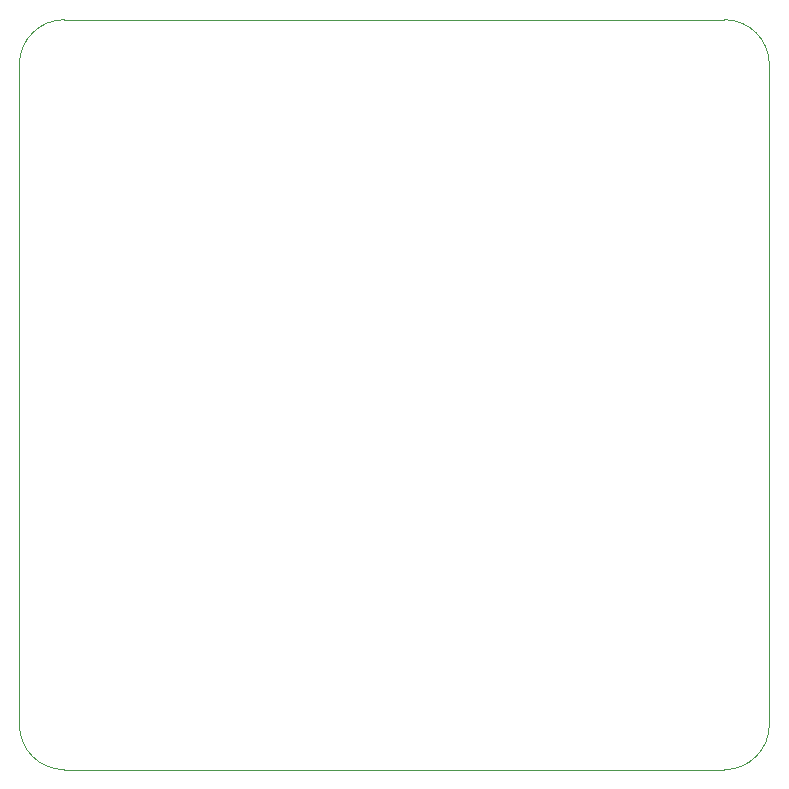
<source format=gbr>
%TF.GenerationSoftware,KiCad,Pcbnew,6.0.4*%
%TF.CreationDate,2022-04-24T20:11:58+02:00*%
%TF.ProjectId,main_pcb,6d61696e-5f70-4636-922e-6b696361645f,rev?*%
%TF.SameCoordinates,Original*%
%TF.FileFunction,Profile,NP*%
%FSLAX46Y46*%
G04 Gerber Fmt 4.6, Leading zero omitted, Abs format (unit mm)*
G04 Created by KiCad (PCBNEW 6.0.4) date 2022-04-24 20:11:58*
%MOMM*%
%LPD*%
G01*
G04 APERTURE LIST*
%TA.AperFunction,Profile*%
%ADD10C,0.100000*%
%TD*%
G04 APERTURE END LIST*
D10*
X120650000Y-129540000D02*
X120650000Y-73660000D01*
X180340000Y-133350000D02*
X124460000Y-133350000D01*
X184150000Y-73660000D02*
X184150000Y-129540000D01*
X124460000Y-69850000D02*
X180340000Y-69850000D01*
X124460000Y-69850000D02*
G75*
G03*
X120650000Y-73660000I0J-3810000D01*
G01*
X120650000Y-129540000D02*
G75*
G03*
X124460000Y-133350000I3810000J0D01*
G01*
X180340000Y-133350000D02*
G75*
G03*
X184150000Y-129540000I0J3810000D01*
G01*
X184150000Y-73660000D02*
G75*
G03*
X180340000Y-69850000I-3810000J0D01*
G01*
M02*

</source>
